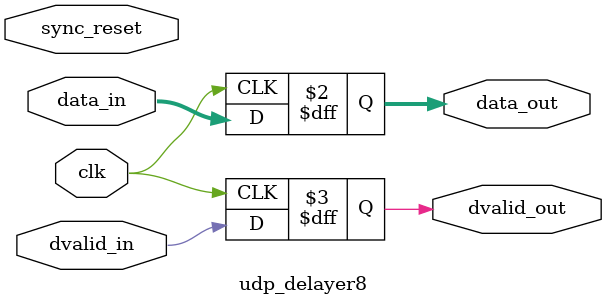
<source format=v>
module udp_delayer8 # (
	parameter	AVL_SIZE = 8, //in bits
				BYTE_SIZE = 8)
(

	input clk,
	input sync_reset,
	
	input dvalid_in,
 	
	input  [AVL_SIZE-1:0] data_in,

	output reg [AVL_SIZE-1:0] data_out,
    output reg dvalid_out

);


always @(posedge clk)
begin
    data_out <= data_in;
	dvalid_out <= dvalid_in;
end




endmodule

</source>
